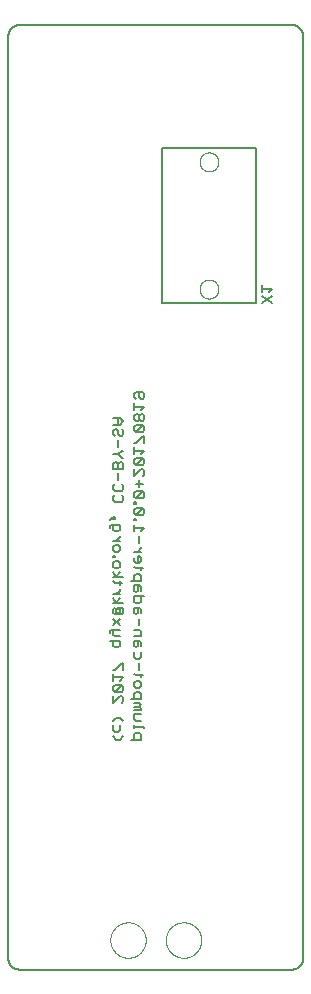
<source format=gbo>
G75*
%MOIN*%
%OFA0B0*%
%FSLAX25Y25*%
%IPPOS*%
%LPD*%
%AMOC8*
5,1,8,0,0,1.08239X$1,22.5*
%
%ADD10C,0.00600*%
%ADD11C,0.00500*%
%ADD12C,0.00000*%
%ADD13C,0.00787*%
D10*
X0041080Y0086446D02*
X0039946Y0087580D01*
X0040513Y0088901D02*
X0039946Y0089468D01*
X0039946Y0091170D01*
X0039946Y0092584D02*
X0041080Y0093719D01*
X0042214Y0093719D01*
X0043349Y0092584D01*
X0042214Y0091170D02*
X0042214Y0089468D01*
X0041647Y0088901D01*
X0040513Y0088901D01*
X0041080Y0086446D02*
X0042214Y0086446D01*
X0043349Y0087580D01*
X0045898Y0086446D02*
X0049301Y0086446D01*
X0049301Y0088147D01*
X0048734Y0088714D01*
X0047599Y0088714D01*
X0047032Y0088147D01*
X0047032Y0086446D01*
X0047032Y0090129D02*
X0047032Y0091263D01*
X0047032Y0090696D02*
X0050435Y0090696D01*
X0050435Y0090129D01*
X0049301Y0092584D02*
X0047599Y0092584D01*
X0047032Y0093151D01*
X0047032Y0094853D01*
X0049301Y0094853D01*
X0049301Y0096267D02*
X0049301Y0096835D01*
X0048734Y0097402D01*
X0049301Y0097969D01*
X0048734Y0098536D01*
X0047032Y0098536D01*
X0047032Y0097402D02*
X0048734Y0097402D01*
X0049301Y0096267D02*
X0047032Y0096267D01*
X0047032Y0099951D02*
X0047032Y0101652D01*
X0047599Y0102219D01*
X0048734Y0102219D01*
X0049301Y0101652D01*
X0049301Y0099951D01*
X0045898Y0099951D01*
X0047599Y0103634D02*
X0047032Y0104201D01*
X0047032Y0105335D01*
X0047599Y0105902D01*
X0048734Y0105902D01*
X0049301Y0105335D01*
X0049301Y0104201D01*
X0048734Y0103634D01*
X0047599Y0103634D01*
X0049301Y0107317D02*
X0049301Y0108451D01*
X0049868Y0107884D02*
X0047599Y0107884D01*
X0047032Y0108451D01*
X0048734Y0109772D02*
X0048734Y0112041D01*
X0048734Y0113455D02*
X0047599Y0113455D01*
X0047032Y0114023D01*
X0047032Y0115724D01*
X0047599Y0117139D02*
X0047032Y0117706D01*
X0047032Y0119407D01*
X0048734Y0119407D01*
X0049301Y0118840D01*
X0049301Y0117706D01*
X0048167Y0117706D02*
X0048167Y0119407D01*
X0048167Y0117706D02*
X0047599Y0117139D01*
X0049301Y0115724D02*
X0049301Y0114023D01*
X0048734Y0113455D01*
X0049301Y0120822D02*
X0047032Y0120822D01*
X0047032Y0123090D02*
X0048734Y0123090D01*
X0049301Y0122523D01*
X0049301Y0120822D01*
X0048734Y0124505D02*
X0048734Y0126773D01*
X0047599Y0128188D02*
X0048167Y0128755D01*
X0048167Y0130457D01*
X0048734Y0130457D02*
X0047032Y0130457D01*
X0047032Y0128755D01*
X0047599Y0128188D01*
X0049301Y0128755D02*
X0049301Y0129889D01*
X0048734Y0130457D01*
X0048734Y0131871D02*
X0049301Y0132438D01*
X0049301Y0134140D01*
X0050435Y0134140D02*
X0047032Y0134140D01*
X0047032Y0132438D01*
X0047599Y0131871D01*
X0048734Y0131871D01*
X0047599Y0135554D02*
X0047032Y0136121D01*
X0047032Y0137823D01*
X0048734Y0137823D01*
X0049301Y0137256D01*
X0049301Y0136121D01*
X0048167Y0136121D02*
X0048167Y0137823D01*
X0048167Y0136121D02*
X0047599Y0135554D01*
X0047032Y0139237D02*
X0047032Y0140939D01*
X0047599Y0141506D01*
X0048734Y0141506D01*
X0049301Y0140939D01*
X0049301Y0139237D01*
X0045898Y0139237D01*
X0047599Y0143488D02*
X0047032Y0144055D01*
X0047599Y0143488D02*
X0049868Y0143488D01*
X0049301Y0142921D02*
X0049301Y0144055D01*
X0048734Y0145376D02*
X0047599Y0145376D01*
X0047032Y0145943D01*
X0047032Y0147077D01*
X0048167Y0147645D02*
X0048167Y0145376D01*
X0048734Y0145376D02*
X0049301Y0145943D01*
X0049301Y0147077D01*
X0048734Y0147645D01*
X0048167Y0147645D01*
X0048167Y0149059D02*
X0049301Y0150193D01*
X0049301Y0150761D01*
X0048734Y0152128D02*
X0048734Y0154397D01*
X0049301Y0155812D02*
X0050435Y0156946D01*
X0047032Y0156946D01*
X0047032Y0155812D02*
X0047032Y0158080D01*
X0047032Y0159495D02*
X0047032Y0160062D01*
X0047599Y0160062D01*
X0047599Y0159495D01*
X0047032Y0159495D01*
X0047599Y0161336D02*
X0047032Y0161903D01*
X0047032Y0163038D01*
X0047599Y0163605D01*
X0049868Y0163605D01*
X0047599Y0161336D01*
X0049868Y0161336D01*
X0050435Y0161903D01*
X0050435Y0163038D01*
X0049868Y0163605D01*
X0049868Y0166861D02*
X0050435Y0167428D01*
X0050435Y0168562D01*
X0049868Y0169130D01*
X0047599Y0166861D01*
X0047032Y0167428D01*
X0047032Y0168562D01*
X0047599Y0169130D01*
X0049868Y0169130D01*
X0048734Y0170544D02*
X0048734Y0172813D01*
X0049868Y0171678D02*
X0047599Y0171678D01*
X0047032Y0174227D02*
X0047032Y0176496D01*
X0047599Y0177910D02*
X0047032Y0178478D01*
X0047032Y0179612D01*
X0047599Y0180179D01*
X0049868Y0180179D01*
X0047599Y0177910D01*
X0049868Y0177910D01*
X0050435Y0178478D01*
X0050435Y0179612D01*
X0049868Y0180179D01*
X0049301Y0181594D02*
X0050435Y0182728D01*
X0047032Y0182728D01*
X0047032Y0181594D02*
X0047032Y0183862D01*
X0047032Y0185277D02*
X0047599Y0185277D01*
X0049868Y0187545D01*
X0050435Y0187545D01*
X0050435Y0185277D01*
X0049868Y0188960D02*
X0050435Y0189527D01*
X0050435Y0190661D01*
X0049868Y0191228D01*
X0047599Y0188960D01*
X0047032Y0189527D01*
X0047032Y0190661D01*
X0047599Y0191228D01*
X0049868Y0191228D01*
X0049868Y0192643D02*
X0049301Y0192643D01*
X0048734Y0193210D01*
X0048734Y0194344D01*
X0048167Y0194912D01*
X0047599Y0194912D01*
X0047032Y0194344D01*
X0047032Y0193210D01*
X0047599Y0192643D01*
X0048167Y0192643D01*
X0048734Y0193210D01*
X0048734Y0194344D02*
X0049301Y0194912D01*
X0049868Y0194912D01*
X0050435Y0194344D01*
X0050435Y0193210D01*
X0049868Y0192643D01*
X0049868Y0188960D02*
X0047599Y0188960D01*
X0047032Y0196326D02*
X0047032Y0198595D01*
X0047032Y0197460D02*
X0050435Y0197460D01*
X0049301Y0196326D01*
X0049301Y0200009D02*
X0048734Y0200576D01*
X0048734Y0202278D01*
X0049868Y0202278D02*
X0047599Y0202278D01*
X0047032Y0201711D01*
X0047032Y0200576D01*
X0047599Y0200009D01*
X0049301Y0200009D02*
X0049868Y0200009D01*
X0050435Y0200576D01*
X0050435Y0201711D01*
X0049868Y0202278D01*
X0042214Y0193684D02*
X0043349Y0192550D01*
X0042214Y0191415D01*
X0039946Y0191415D01*
X0040513Y0190001D02*
X0039946Y0189434D01*
X0039946Y0188299D01*
X0040513Y0187732D01*
X0041647Y0188299D02*
X0041647Y0189434D01*
X0041080Y0190001D01*
X0040513Y0190001D01*
X0041647Y0191415D02*
X0041647Y0193684D01*
X0042214Y0193684D02*
X0039946Y0193684D01*
X0041647Y0188299D02*
X0042214Y0187732D01*
X0042781Y0187732D01*
X0043349Y0188299D01*
X0043349Y0189434D01*
X0042781Y0190001D01*
X0041647Y0186318D02*
X0041647Y0184049D01*
X0042781Y0182634D02*
X0041647Y0181500D01*
X0039946Y0181500D01*
X0041647Y0181500D02*
X0042781Y0180366D01*
X0043349Y0180366D01*
X0042781Y0178951D02*
X0043349Y0178384D01*
X0043349Y0176683D01*
X0039946Y0176683D01*
X0039946Y0178384D01*
X0040513Y0178951D01*
X0041080Y0178951D01*
X0041647Y0178384D01*
X0041647Y0176683D01*
X0041647Y0175268D02*
X0041647Y0173000D01*
X0040513Y0171585D02*
X0039946Y0171018D01*
X0039946Y0169884D01*
X0040513Y0169316D01*
X0042781Y0169316D01*
X0043349Y0169884D01*
X0043349Y0171018D01*
X0042781Y0171585D01*
X0042781Y0167902D02*
X0043349Y0167335D01*
X0043349Y0166200D01*
X0042781Y0165633D01*
X0040513Y0165633D01*
X0039946Y0166200D01*
X0039946Y0167335D01*
X0040513Y0167902D01*
X0040513Y0160629D02*
X0040513Y0160062D01*
X0039946Y0160062D01*
X0039946Y0160629D01*
X0040513Y0160629D01*
X0039946Y0160629D02*
X0038811Y0159495D01*
X0039379Y0158080D02*
X0042214Y0158080D01*
X0042214Y0156379D01*
X0041647Y0155812D01*
X0040513Y0155812D01*
X0039946Y0156379D01*
X0039946Y0158080D01*
X0039379Y0158080D02*
X0038811Y0157513D01*
X0038811Y0156946D01*
X0039946Y0152742D02*
X0042214Y0152742D01*
X0041080Y0152742D02*
X0042214Y0153877D01*
X0042214Y0154444D01*
X0041647Y0151328D02*
X0042214Y0150761D01*
X0042214Y0149626D01*
X0041647Y0149059D01*
X0040513Y0149059D01*
X0039946Y0149626D01*
X0039946Y0150761D01*
X0040513Y0151328D01*
X0041647Y0151328D01*
X0040513Y0147785D02*
X0039946Y0147785D01*
X0039946Y0147218D01*
X0040513Y0147218D01*
X0040513Y0147785D01*
X0040513Y0145803D02*
X0041647Y0145803D01*
X0042214Y0145236D01*
X0042214Y0144102D01*
X0041647Y0143534D01*
X0040513Y0143534D01*
X0039946Y0144102D01*
X0039946Y0145236D01*
X0040513Y0145803D01*
X0039946Y0142167D02*
X0041080Y0140465D01*
X0042214Y0142167D01*
X0043349Y0140465D02*
X0039946Y0140465D01*
X0039946Y0139144D02*
X0040513Y0138577D01*
X0042781Y0138577D01*
X0042214Y0138010D02*
X0042214Y0139144D01*
X0042214Y0136642D02*
X0042214Y0136075D01*
X0041080Y0134940D01*
X0039946Y0134940D02*
X0042214Y0134940D01*
X0042214Y0133573D02*
X0041080Y0131871D01*
X0039946Y0133573D01*
X0039946Y0131871D02*
X0043349Y0131871D01*
X0042781Y0130457D02*
X0043349Y0129889D01*
X0043349Y0128755D01*
X0042781Y0128188D01*
X0040513Y0128188D01*
X0039946Y0128755D01*
X0039946Y0129889D01*
X0040513Y0130457D01*
X0041080Y0129889D02*
X0042214Y0129889D01*
X0042214Y0128755D01*
X0041080Y0128755D01*
X0041080Y0129889D01*
X0041647Y0130457D01*
X0042781Y0130457D01*
X0042214Y0126773D02*
X0039946Y0124505D01*
X0039946Y0123090D02*
X0039946Y0121389D01*
X0040513Y0120822D01*
X0042214Y0120822D01*
X0042214Y0119407D02*
X0042214Y0117706D01*
X0041647Y0117139D01*
X0040513Y0117139D01*
X0039946Y0117706D01*
X0039946Y0119407D01*
X0038811Y0119407D02*
X0042214Y0119407D01*
X0042214Y0123090D02*
X0039379Y0123090D01*
X0038811Y0122523D01*
X0038811Y0121956D01*
X0042214Y0124505D02*
X0039946Y0126773D01*
X0042781Y0112041D02*
X0040513Y0109772D01*
X0039946Y0109772D01*
X0039946Y0108358D02*
X0039946Y0106089D01*
X0039946Y0107223D02*
X0043349Y0107223D01*
X0042214Y0106089D01*
X0042781Y0104675D02*
X0040513Y0102406D01*
X0039946Y0102973D01*
X0039946Y0104107D01*
X0040513Y0104675D01*
X0042781Y0104675D01*
X0043349Y0104107D01*
X0043349Y0102973D01*
X0042781Y0102406D01*
X0040513Y0102406D01*
X0039946Y0100991D02*
X0039946Y0098723D01*
X0042214Y0100991D01*
X0042781Y0100991D01*
X0043349Y0100424D01*
X0043349Y0099290D01*
X0042781Y0098723D01*
X0043349Y0109772D02*
X0043349Y0112041D01*
X0042781Y0112041D01*
X0047032Y0149059D02*
X0049301Y0149059D01*
X0047599Y0165019D02*
X0047032Y0165019D01*
X0047032Y0165587D01*
X0047599Y0165587D01*
X0047599Y0165019D01*
X0047599Y0166861D02*
X0049868Y0166861D01*
X0049868Y0174227D02*
X0050435Y0174794D01*
X0050435Y0175929D01*
X0049868Y0176496D01*
X0049301Y0176496D01*
X0047032Y0174227D01*
X0043349Y0182634D02*
X0042781Y0182634D01*
X0042781Y0178951D02*
X0042214Y0178951D01*
X0041647Y0178384D01*
X0089670Y0231879D02*
X0093073Y0234147D01*
X0091939Y0235562D02*
X0093073Y0236696D01*
X0089670Y0236696D01*
X0089670Y0235562D02*
X0089670Y0237830D01*
X0089670Y0234147D02*
X0093073Y0231879D01*
D11*
X0005000Y0320791D02*
X0005000Y0013705D01*
X0005002Y0013581D01*
X0005008Y0013458D01*
X0005017Y0013334D01*
X0005031Y0013212D01*
X0005048Y0013089D01*
X0005070Y0012967D01*
X0005095Y0012846D01*
X0005124Y0012726D01*
X0005156Y0012607D01*
X0005193Y0012488D01*
X0005233Y0012371D01*
X0005276Y0012256D01*
X0005324Y0012141D01*
X0005375Y0012029D01*
X0005429Y0011918D01*
X0005487Y0011808D01*
X0005548Y0011701D01*
X0005613Y0011595D01*
X0005681Y0011492D01*
X0005752Y0011391D01*
X0005826Y0011292D01*
X0005903Y0011195D01*
X0005984Y0011101D01*
X0006067Y0011010D01*
X0006153Y0010921D01*
X0006242Y0010835D01*
X0006333Y0010752D01*
X0006427Y0010671D01*
X0006524Y0010594D01*
X0006623Y0010520D01*
X0006724Y0010449D01*
X0006827Y0010381D01*
X0006933Y0010316D01*
X0007040Y0010255D01*
X0007150Y0010197D01*
X0007261Y0010143D01*
X0007373Y0010092D01*
X0007488Y0010044D01*
X0007603Y0010001D01*
X0007720Y0009961D01*
X0007839Y0009924D01*
X0007958Y0009892D01*
X0008078Y0009863D01*
X0008199Y0009838D01*
X0008321Y0009816D01*
X0008444Y0009799D01*
X0008566Y0009785D01*
X0008690Y0009776D01*
X0008813Y0009770D01*
X0008937Y0009768D01*
X0099488Y0009768D01*
X0099612Y0009770D01*
X0099735Y0009776D01*
X0099859Y0009785D01*
X0099981Y0009799D01*
X0100104Y0009816D01*
X0100226Y0009838D01*
X0100347Y0009863D01*
X0100467Y0009892D01*
X0100586Y0009924D01*
X0100705Y0009961D01*
X0100822Y0010001D01*
X0100937Y0010044D01*
X0101052Y0010092D01*
X0101164Y0010143D01*
X0101275Y0010197D01*
X0101385Y0010255D01*
X0101492Y0010316D01*
X0101598Y0010381D01*
X0101701Y0010449D01*
X0101802Y0010520D01*
X0101901Y0010594D01*
X0101998Y0010671D01*
X0102092Y0010752D01*
X0102183Y0010835D01*
X0102272Y0010921D01*
X0102358Y0011010D01*
X0102441Y0011101D01*
X0102522Y0011195D01*
X0102599Y0011292D01*
X0102673Y0011391D01*
X0102744Y0011492D01*
X0102812Y0011595D01*
X0102877Y0011701D01*
X0102938Y0011808D01*
X0102996Y0011918D01*
X0103050Y0012029D01*
X0103101Y0012141D01*
X0103149Y0012256D01*
X0103192Y0012371D01*
X0103232Y0012488D01*
X0103269Y0012607D01*
X0103301Y0012726D01*
X0103330Y0012846D01*
X0103355Y0012967D01*
X0103377Y0013089D01*
X0103394Y0013212D01*
X0103408Y0013334D01*
X0103417Y0013458D01*
X0103423Y0013581D01*
X0103425Y0013705D01*
X0103425Y0320791D01*
X0103423Y0320915D01*
X0103417Y0321038D01*
X0103408Y0321162D01*
X0103394Y0321284D01*
X0103377Y0321407D01*
X0103355Y0321529D01*
X0103330Y0321650D01*
X0103301Y0321770D01*
X0103269Y0321889D01*
X0103232Y0322008D01*
X0103192Y0322125D01*
X0103149Y0322240D01*
X0103101Y0322355D01*
X0103050Y0322467D01*
X0102996Y0322578D01*
X0102938Y0322688D01*
X0102877Y0322795D01*
X0102812Y0322901D01*
X0102744Y0323004D01*
X0102673Y0323105D01*
X0102599Y0323204D01*
X0102522Y0323301D01*
X0102441Y0323395D01*
X0102358Y0323486D01*
X0102272Y0323575D01*
X0102183Y0323661D01*
X0102092Y0323744D01*
X0101998Y0323825D01*
X0101901Y0323902D01*
X0101802Y0323976D01*
X0101701Y0324047D01*
X0101598Y0324115D01*
X0101492Y0324180D01*
X0101385Y0324241D01*
X0101275Y0324299D01*
X0101164Y0324353D01*
X0101052Y0324404D01*
X0100937Y0324452D01*
X0100822Y0324495D01*
X0100705Y0324535D01*
X0100586Y0324572D01*
X0100467Y0324604D01*
X0100347Y0324633D01*
X0100226Y0324658D01*
X0100104Y0324680D01*
X0099981Y0324697D01*
X0099859Y0324711D01*
X0099735Y0324720D01*
X0099612Y0324726D01*
X0099488Y0324728D01*
X0008937Y0324728D01*
X0008813Y0324726D01*
X0008690Y0324720D01*
X0008566Y0324711D01*
X0008444Y0324697D01*
X0008321Y0324680D01*
X0008199Y0324658D01*
X0008078Y0324633D01*
X0007958Y0324604D01*
X0007839Y0324572D01*
X0007720Y0324535D01*
X0007603Y0324495D01*
X0007488Y0324452D01*
X0007373Y0324404D01*
X0007261Y0324353D01*
X0007150Y0324299D01*
X0007040Y0324241D01*
X0006933Y0324180D01*
X0006827Y0324115D01*
X0006724Y0324047D01*
X0006623Y0323976D01*
X0006524Y0323902D01*
X0006427Y0323825D01*
X0006333Y0323744D01*
X0006242Y0323661D01*
X0006153Y0323575D01*
X0006067Y0323486D01*
X0005984Y0323395D01*
X0005903Y0323301D01*
X0005826Y0323204D01*
X0005752Y0323105D01*
X0005681Y0323004D01*
X0005613Y0322901D01*
X0005548Y0322795D01*
X0005487Y0322688D01*
X0005429Y0322578D01*
X0005375Y0322467D01*
X0005324Y0322355D01*
X0005276Y0322240D01*
X0005233Y0322125D01*
X0005193Y0322008D01*
X0005156Y0321889D01*
X0005124Y0321770D01*
X0005095Y0321650D01*
X0005070Y0321529D01*
X0005048Y0321407D01*
X0005031Y0321284D01*
X0005017Y0321162D01*
X0005008Y0321038D01*
X0005002Y0320915D01*
X0005000Y0320791D01*
D12*
X0068779Y0279000D02*
X0068781Y0279112D01*
X0068787Y0279223D01*
X0068797Y0279335D01*
X0068811Y0279446D01*
X0068828Y0279556D01*
X0068850Y0279666D01*
X0068876Y0279775D01*
X0068905Y0279883D01*
X0068938Y0279989D01*
X0068975Y0280095D01*
X0069016Y0280199D01*
X0069061Y0280302D01*
X0069109Y0280403D01*
X0069160Y0280502D01*
X0069215Y0280599D01*
X0069274Y0280694D01*
X0069335Y0280788D01*
X0069400Y0280879D01*
X0069469Y0280967D01*
X0069540Y0281053D01*
X0069614Y0281137D01*
X0069692Y0281217D01*
X0069772Y0281295D01*
X0069855Y0281371D01*
X0069940Y0281443D01*
X0070028Y0281512D01*
X0070118Y0281578D01*
X0070211Y0281640D01*
X0070306Y0281700D01*
X0070403Y0281756D01*
X0070501Y0281808D01*
X0070602Y0281857D01*
X0070704Y0281902D01*
X0070808Y0281944D01*
X0070913Y0281982D01*
X0071020Y0282016D01*
X0071127Y0282046D01*
X0071236Y0282073D01*
X0071345Y0282095D01*
X0071456Y0282114D01*
X0071566Y0282129D01*
X0071678Y0282140D01*
X0071789Y0282147D01*
X0071901Y0282150D01*
X0072013Y0282149D01*
X0072125Y0282144D01*
X0072236Y0282135D01*
X0072347Y0282122D01*
X0072458Y0282105D01*
X0072568Y0282085D01*
X0072677Y0282060D01*
X0072785Y0282032D01*
X0072892Y0281999D01*
X0072998Y0281963D01*
X0073102Y0281923D01*
X0073205Y0281880D01*
X0073307Y0281833D01*
X0073406Y0281782D01*
X0073504Y0281728D01*
X0073600Y0281670D01*
X0073694Y0281609D01*
X0073785Y0281545D01*
X0073874Y0281478D01*
X0073961Y0281407D01*
X0074045Y0281333D01*
X0074127Y0281257D01*
X0074205Y0281177D01*
X0074281Y0281095D01*
X0074354Y0281010D01*
X0074424Y0280923D01*
X0074490Y0280833D01*
X0074554Y0280741D01*
X0074614Y0280647D01*
X0074671Y0280551D01*
X0074724Y0280452D01*
X0074774Y0280352D01*
X0074820Y0280251D01*
X0074863Y0280147D01*
X0074902Y0280042D01*
X0074937Y0279936D01*
X0074968Y0279829D01*
X0074996Y0279720D01*
X0075019Y0279611D01*
X0075039Y0279501D01*
X0075055Y0279390D01*
X0075067Y0279279D01*
X0075075Y0279168D01*
X0075079Y0279056D01*
X0075079Y0278944D01*
X0075075Y0278832D01*
X0075067Y0278721D01*
X0075055Y0278610D01*
X0075039Y0278499D01*
X0075019Y0278389D01*
X0074996Y0278280D01*
X0074968Y0278171D01*
X0074937Y0278064D01*
X0074902Y0277958D01*
X0074863Y0277853D01*
X0074820Y0277749D01*
X0074774Y0277648D01*
X0074724Y0277548D01*
X0074671Y0277449D01*
X0074614Y0277353D01*
X0074554Y0277259D01*
X0074490Y0277167D01*
X0074424Y0277077D01*
X0074354Y0276990D01*
X0074281Y0276905D01*
X0074205Y0276823D01*
X0074127Y0276743D01*
X0074045Y0276667D01*
X0073961Y0276593D01*
X0073874Y0276522D01*
X0073785Y0276455D01*
X0073694Y0276391D01*
X0073600Y0276330D01*
X0073504Y0276272D01*
X0073406Y0276218D01*
X0073307Y0276167D01*
X0073205Y0276120D01*
X0073102Y0276077D01*
X0072998Y0276037D01*
X0072892Y0276001D01*
X0072785Y0275968D01*
X0072677Y0275940D01*
X0072568Y0275915D01*
X0072458Y0275895D01*
X0072347Y0275878D01*
X0072236Y0275865D01*
X0072125Y0275856D01*
X0072013Y0275851D01*
X0071901Y0275850D01*
X0071789Y0275853D01*
X0071678Y0275860D01*
X0071566Y0275871D01*
X0071456Y0275886D01*
X0071345Y0275905D01*
X0071236Y0275927D01*
X0071127Y0275954D01*
X0071020Y0275984D01*
X0070913Y0276018D01*
X0070808Y0276056D01*
X0070704Y0276098D01*
X0070602Y0276143D01*
X0070501Y0276192D01*
X0070403Y0276244D01*
X0070306Y0276300D01*
X0070211Y0276360D01*
X0070118Y0276422D01*
X0070028Y0276488D01*
X0069940Y0276557D01*
X0069855Y0276629D01*
X0069772Y0276705D01*
X0069692Y0276783D01*
X0069614Y0276863D01*
X0069540Y0276947D01*
X0069469Y0277033D01*
X0069400Y0277121D01*
X0069335Y0277212D01*
X0069274Y0277306D01*
X0069215Y0277401D01*
X0069160Y0277498D01*
X0069109Y0277597D01*
X0069061Y0277698D01*
X0069016Y0277801D01*
X0068975Y0277905D01*
X0068938Y0278011D01*
X0068905Y0278117D01*
X0068876Y0278225D01*
X0068850Y0278334D01*
X0068828Y0278444D01*
X0068811Y0278554D01*
X0068797Y0278665D01*
X0068787Y0278777D01*
X0068781Y0278888D01*
X0068779Y0279000D01*
X0068781Y0279112D01*
X0068787Y0279223D01*
X0068797Y0279335D01*
X0068811Y0279446D01*
X0068828Y0279556D01*
X0068850Y0279666D01*
X0068876Y0279775D01*
X0068905Y0279883D01*
X0068938Y0279989D01*
X0068975Y0280095D01*
X0069016Y0280199D01*
X0069061Y0280302D01*
X0069109Y0280403D01*
X0069160Y0280502D01*
X0069215Y0280599D01*
X0069274Y0280694D01*
X0069335Y0280788D01*
X0069400Y0280879D01*
X0069469Y0280967D01*
X0069540Y0281053D01*
X0069614Y0281137D01*
X0069692Y0281217D01*
X0069772Y0281295D01*
X0069855Y0281371D01*
X0069940Y0281443D01*
X0070028Y0281512D01*
X0070118Y0281578D01*
X0070211Y0281640D01*
X0070306Y0281700D01*
X0070403Y0281756D01*
X0070501Y0281808D01*
X0070602Y0281857D01*
X0070704Y0281902D01*
X0070808Y0281944D01*
X0070913Y0281982D01*
X0071020Y0282016D01*
X0071127Y0282046D01*
X0071236Y0282073D01*
X0071345Y0282095D01*
X0071456Y0282114D01*
X0071566Y0282129D01*
X0071678Y0282140D01*
X0071789Y0282147D01*
X0071901Y0282150D01*
X0072013Y0282149D01*
X0072125Y0282144D01*
X0072236Y0282135D01*
X0072347Y0282122D01*
X0072458Y0282105D01*
X0072568Y0282085D01*
X0072677Y0282060D01*
X0072785Y0282032D01*
X0072892Y0281999D01*
X0072998Y0281963D01*
X0073102Y0281923D01*
X0073205Y0281880D01*
X0073307Y0281833D01*
X0073406Y0281782D01*
X0073504Y0281728D01*
X0073600Y0281670D01*
X0073694Y0281609D01*
X0073785Y0281545D01*
X0073874Y0281478D01*
X0073961Y0281407D01*
X0074045Y0281333D01*
X0074127Y0281257D01*
X0074205Y0281177D01*
X0074281Y0281095D01*
X0074354Y0281010D01*
X0074424Y0280923D01*
X0074490Y0280833D01*
X0074554Y0280741D01*
X0074614Y0280647D01*
X0074671Y0280551D01*
X0074724Y0280452D01*
X0074774Y0280352D01*
X0074820Y0280251D01*
X0074863Y0280147D01*
X0074902Y0280042D01*
X0074937Y0279936D01*
X0074968Y0279829D01*
X0074996Y0279720D01*
X0075019Y0279611D01*
X0075039Y0279501D01*
X0075055Y0279390D01*
X0075067Y0279279D01*
X0075075Y0279168D01*
X0075079Y0279056D01*
X0075079Y0278944D01*
X0075075Y0278832D01*
X0075067Y0278721D01*
X0075055Y0278610D01*
X0075039Y0278499D01*
X0075019Y0278389D01*
X0074996Y0278280D01*
X0074968Y0278171D01*
X0074937Y0278064D01*
X0074902Y0277958D01*
X0074863Y0277853D01*
X0074820Y0277749D01*
X0074774Y0277648D01*
X0074724Y0277548D01*
X0074671Y0277449D01*
X0074614Y0277353D01*
X0074554Y0277259D01*
X0074490Y0277167D01*
X0074424Y0277077D01*
X0074354Y0276990D01*
X0074281Y0276905D01*
X0074205Y0276823D01*
X0074127Y0276743D01*
X0074045Y0276667D01*
X0073961Y0276593D01*
X0073874Y0276522D01*
X0073785Y0276455D01*
X0073694Y0276391D01*
X0073600Y0276330D01*
X0073504Y0276272D01*
X0073406Y0276218D01*
X0073307Y0276167D01*
X0073205Y0276120D01*
X0073102Y0276077D01*
X0072998Y0276037D01*
X0072892Y0276001D01*
X0072785Y0275968D01*
X0072677Y0275940D01*
X0072568Y0275915D01*
X0072458Y0275895D01*
X0072347Y0275878D01*
X0072236Y0275865D01*
X0072125Y0275856D01*
X0072013Y0275851D01*
X0071901Y0275850D01*
X0071789Y0275853D01*
X0071678Y0275860D01*
X0071566Y0275871D01*
X0071456Y0275886D01*
X0071345Y0275905D01*
X0071236Y0275927D01*
X0071127Y0275954D01*
X0071020Y0275984D01*
X0070913Y0276018D01*
X0070808Y0276056D01*
X0070704Y0276098D01*
X0070602Y0276143D01*
X0070501Y0276192D01*
X0070403Y0276244D01*
X0070306Y0276300D01*
X0070211Y0276360D01*
X0070118Y0276422D01*
X0070028Y0276488D01*
X0069940Y0276557D01*
X0069855Y0276629D01*
X0069772Y0276705D01*
X0069692Y0276783D01*
X0069614Y0276863D01*
X0069540Y0276947D01*
X0069469Y0277033D01*
X0069400Y0277121D01*
X0069335Y0277212D01*
X0069274Y0277306D01*
X0069215Y0277401D01*
X0069160Y0277498D01*
X0069109Y0277597D01*
X0069061Y0277698D01*
X0069016Y0277801D01*
X0068975Y0277905D01*
X0068938Y0278011D01*
X0068905Y0278117D01*
X0068876Y0278225D01*
X0068850Y0278334D01*
X0068828Y0278444D01*
X0068811Y0278554D01*
X0068797Y0278665D01*
X0068787Y0278777D01*
X0068781Y0278888D01*
X0068779Y0279000D01*
X0068779Y0236598D02*
X0068781Y0236710D01*
X0068787Y0236821D01*
X0068797Y0236933D01*
X0068811Y0237044D01*
X0068828Y0237154D01*
X0068850Y0237264D01*
X0068876Y0237373D01*
X0068905Y0237481D01*
X0068938Y0237587D01*
X0068975Y0237693D01*
X0069016Y0237797D01*
X0069061Y0237900D01*
X0069109Y0238001D01*
X0069160Y0238100D01*
X0069215Y0238197D01*
X0069274Y0238292D01*
X0069335Y0238386D01*
X0069400Y0238477D01*
X0069469Y0238565D01*
X0069540Y0238651D01*
X0069614Y0238735D01*
X0069692Y0238815D01*
X0069772Y0238893D01*
X0069855Y0238969D01*
X0069940Y0239041D01*
X0070028Y0239110D01*
X0070118Y0239176D01*
X0070211Y0239238D01*
X0070306Y0239298D01*
X0070403Y0239354D01*
X0070501Y0239406D01*
X0070602Y0239455D01*
X0070704Y0239500D01*
X0070808Y0239542D01*
X0070913Y0239580D01*
X0071020Y0239614D01*
X0071127Y0239644D01*
X0071236Y0239671D01*
X0071345Y0239693D01*
X0071456Y0239712D01*
X0071566Y0239727D01*
X0071678Y0239738D01*
X0071789Y0239745D01*
X0071901Y0239748D01*
X0072013Y0239747D01*
X0072125Y0239742D01*
X0072236Y0239733D01*
X0072347Y0239720D01*
X0072458Y0239703D01*
X0072568Y0239683D01*
X0072677Y0239658D01*
X0072785Y0239630D01*
X0072892Y0239597D01*
X0072998Y0239561D01*
X0073102Y0239521D01*
X0073205Y0239478D01*
X0073307Y0239431D01*
X0073406Y0239380D01*
X0073504Y0239326D01*
X0073600Y0239268D01*
X0073694Y0239207D01*
X0073785Y0239143D01*
X0073874Y0239076D01*
X0073961Y0239005D01*
X0074045Y0238931D01*
X0074127Y0238855D01*
X0074205Y0238775D01*
X0074281Y0238693D01*
X0074354Y0238608D01*
X0074424Y0238521D01*
X0074490Y0238431D01*
X0074554Y0238339D01*
X0074614Y0238245D01*
X0074671Y0238149D01*
X0074724Y0238050D01*
X0074774Y0237950D01*
X0074820Y0237849D01*
X0074863Y0237745D01*
X0074902Y0237640D01*
X0074937Y0237534D01*
X0074968Y0237427D01*
X0074996Y0237318D01*
X0075019Y0237209D01*
X0075039Y0237099D01*
X0075055Y0236988D01*
X0075067Y0236877D01*
X0075075Y0236766D01*
X0075079Y0236654D01*
X0075079Y0236542D01*
X0075075Y0236430D01*
X0075067Y0236319D01*
X0075055Y0236208D01*
X0075039Y0236097D01*
X0075019Y0235987D01*
X0074996Y0235878D01*
X0074968Y0235769D01*
X0074937Y0235662D01*
X0074902Y0235556D01*
X0074863Y0235451D01*
X0074820Y0235347D01*
X0074774Y0235246D01*
X0074724Y0235146D01*
X0074671Y0235047D01*
X0074614Y0234951D01*
X0074554Y0234857D01*
X0074490Y0234765D01*
X0074424Y0234675D01*
X0074354Y0234588D01*
X0074281Y0234503D01*
X0074205Y0234421D01*
X0074127Y0234341D01*
X0074045Y0234265D01*
X0073961Y0234191D01*
X0073874Y0234120D01*
X0073785Y0234053D01*
X0073694Y0233989D01*
X0073600Y0233928D01*
X0073504Y0233870D01*
X0073406Y0233816D01*
X0073307Y0233765D01*
X0073205Y0233718D01*
X0073102Y0233675D01*
X0072998Y0233635D01*
X0072892Y0233599D01*
X0072785Y0233566D01*
X0072677Y0233538D01*
X0072568Y0233513D01*
X0072458Y0233493D01*
X0072347Y0233476D01*
X0072236Y0233463D01*
X0072125Y0233454D01*
X0072013Y0233449D01*
X0071901Y0233448D01*
X0071789Y0233451D01*
X0071678Y0233458D01*
X0071566Y0233469D01*
X0071456Y0233484D01*
X0071345Y0233503D01*
X0071236Y0233525D01*
X0071127Y0233552D01*
X0071020Y0233582D01*
X0070913Y0233616D01*
X0070808Y0233654D01*
X0070704Y0233696D01*
X0070602Y0233741D01*
X0070501Y0233790D01*
X0070403Y0233842D01*
X0070306Y0233898D01*
X0070211Y0233958D01*
X0070118Y0234020D01*
X0070028Y0234086D01*
X0069940Y0234155D01*
X0069855Y0234227D01*
X0069772Y0234303D01*
X0069692Y0234381D01*
X0069614Y0234461D01*
X0069540Y0234545D01*
X0069469Y0234631D01*
X0069400Y0234719D01*
X0069335Y0234810D01*
X0069274Y0234904D01*
X0069215Y0234999D01*
X0069160Y0235096D01*
X0069109Y0235195D01*
X0069061Y0235296D01*
X0069016Y0235399D01*
X0068975Y0235503D01*
X0068938Y0235609D01*
X0068905Y0235715D01*
X0068876Y0235823D01*
X0068850Y0235932D01*
X0068828Y0236042D01*
X0068811Y0236152D01*
X0068797Y0236263D01*
X0068787Y0236375D01*
X0068781Y0236486D01*
X0068779Y0236598D01*
X0068781Y0236710D01*
X0068787Y0236821D01*
X0068797Y0236933D01*
X0068811Y0237044D01*
X0068828Y0237154D01*
X0068850Y0237264D01*
X0068876Y0237373D01*
X0068905Y0237481D01*
X0068938Y0237587D01*
X0068975Y0237693D01*
X0069016Y0237797D01*
X0069061Y0237900D01*
X0069109Y0238001D01*
X0069160Y0238100D01*
X0069215Y0238197D01*
X0069274Y0238292D01*
X0069335Y0238386D01*
X0069400Y0238477D01*
X0069469Y0238565D01*
X0069540Y0238651D01*
X0069614Y0238735D01*
X0069692Y0238815D01*
X0069772Y0238893D01*
X0069855Y0238969D01*
X0069940Y0239041D01*
X0070028Y0239110D01*
X0070118Y0239176D01*
X0070211Y0239238D01*
X0070306Y0239298D01*
X0070403Y0239354D01*
X0070501Y0239406D01*
X0070602Y0239455D01*
X0070704Y0239500D01*
X0070808Y0239542D01*
X0070913Y0239580D01*
X0071020Y0239614D01*
X0071127Y0239644D01*
X0071236Y0239671D01*
X0071345Y0239693D01*
X0071456Y0239712D01*
X0071566Y0239727D01*
X0071678Y0239738D01*
X0071789Y0239745D01*
X0071901Y0239748D01*
X0072013Y0239747D01*
X0072125Y0239742D01*
X0072236Y0239733D01*
X0072347Y0239720D01*
X0072458Y0239703D01*
X0072568Y0239683D01*
X0072677Y0239658D01*
X0072785Y0239630D01*
X0072892Y0239597D01*
X0072998Y0239561D01*
X0073102Y0239521D01*
X0073205Y0239478D01*
X0073307Y0239431D01*
X0073406Y0239380D01*
X0073504Y0239326D01*
X0073600Y0239268D01*
X0073694Y0239207D01*
X0073785Y0239143D01*
X0073874Y0239076D01*
X0073961Y0239005D01*
X0074045Y0238931D01*
X0074127Y0238855D01*
X0074205Y0238775D01*
X0074281Y0238693D01*
X0074354Y0238608D01*
X0074424Y0238521D01*
X0074490Y0238431D01*
X0074554Y0238339D01*
X0074614Y0238245D01*
X0074671Y0238149D01*
X0074724Y0238050D01*
X0074774Y0237950D01*
X0074820Y0237849D01*
X0074863Y0237745D01*
X0074902Y0237640D01*
X0074937Y0237534D01*
X0074968Y0237427D01*
X0074996Y0237318D01*
X0075019Y0237209D01*
X0075039Y0237099D01*
X0075055Y0236988D01*
X0075067Y0236877D01*
X0075075Y0236766D01*
X0075079Y0236654D01*
X0075079Y0236542D01*
X0075075Y0236430D01*
X0075067Y0236319D01*
X0075055Y0236208D01*
X0075039Y0236097D01*
X0075019Y0235987D01*
X0074996Y0235878D01*
X0074968Y0235769D01*
X0074937Y0235662D01*
X0074902Y0235556D01*
X0074863Y0235451D01*
X0074820Y0235347D01*
X0074774Y0235246D01*
X0074724Y0235146D01*
X0074671Y0235047D01*
X0074614Y0234951D01*
X0074554Y0234857D01*
X0074490Y0234765D01*
X0074424Y0234675D01*
X0074354Y0234588D01*
X0074281Y0234503D01*
X0074205Y0234421D01*
X0074127Y0234341D01*
X0074045Y0234265D01*
X0073961Y0234191D01*
X0073874Y0234120D01*
X0073785Y0234053D01*
X0073694Y0233989D01*
X0073600Y0233928D01*
X0073504Y0233870D01*
X0073406Y0233816D01*
X0073307Y0233765D01*
X0073205Y0233718D01*
X0073102Y0233675D01*
X0072998Y0233635D01*
X0072892Y0233599D01*
X0072785Y0233566D01*
X0072677Y0233538D01*
X0072568Y0233513D01*
X0072458Y0233493D01*
X0072347Y0233476D01*
X0072236Y0233463D01*
X0072125Y0233454D01*
X0072013Y0233449D01*
X0071901Y0233448D01*
X0071789Y0233451D01*
X0071678Y0233458D01*
X0071566Y0233469D01*
X0071456Y0233484D01*
X0071345Y0233503D01*
X0071236Y0233525D01*
X0071127Y0233552D01*
X0071020Y0233582D01*
X0070913Y0233616D01*
X0070808Y0233654D01*
X0070704Y0233696D01*
X0070602Y0233741D01*
X0070501Y0233790D01*
X0070403Y0233842D01*
X0070306Y0233898D01*
X0070211Y0233958D01*
X0070118Y0234020D01*
X0070028Y0234086D01*
X0069940Y0234155D01*
X0069855Y0234227D01*
X0069772Y0234303D01*
X0069692Y0234381D01*
X0069614Y0234461D01*
X0069540Y0234545D01*
X0069469Y0234631D01*
X0069400Y0234719D01*
X0069335Y0234810D01*
X0069274Y0234904D01*
X0069215Y0234999D01*
X0069160Y0235096D01*
X0069109Y0235195D01*
X0069061Y0235296D01*
X0069016Y0235399D01*
X0068975Y0235503D01*
X0068938Y0235609D01*
X0068905Y0235715D01*
X0068876Y0235823D01*
X0068850Y0235932D01*
X0068828Y0236042D01*
X0068811Y0236152D01*
X0068797Y0236263D01*
X0068787Y0236375D01*
X0068781Y0236486D01*
X0068779Y0236598D01*
X0057559Y0019610D02*
X0057561Y0019763D01*
X0057567Y0019917D01*
X0057577Y0020070D01*
X0057591Y0020222D01*
X0057609Y0020375D01*
X0057631Y0020526D01*
X0057656Y0020677D01*
X0057686Y0020828D01*
X0057720Y0020978D01*
X0057757Y0021126D01*
X0057798Y0021274D01*
X0057843Y0021420D01*
X0057892Y0021566D01*
X0057945Y0021710D01*
X0058001Y0021852D01*
X0058061Y0021993D01*
X0058125Y0022133D01*
X0058192Y0022271D01*
X0058263Y0022407D01*
X0058338Y0022541D01*
X0058415Y0022673D01*
X0058497Y0022803D01*
X0058581Y0022931D01*
X0058669Y0023057D01*
X0058760Y0023180D01*
X0058854Y0023301D01*
X0058952Y0023419D01*
X0059052Y0023535D01*
X0059156Y0023648D01*
X0059262Y0023759D01*
X0059371Y0023867D01*
X0059483Y0023972D01*
X0059597Y0024073D01*
X0059715Y0024172D01*
X0059834Y0024268D01*
X0059956Y0024361D01*
X0060081Y0024450D01*
X0060208Y0024537D01*
X0060337Y0024619D01*
X0060468Y0024699D01*
X0060601Y0024775D01*
X0060736Y0024848D01*
X0060873Y0024917D01*
X0061012Y0024982D01*
X0061152Y0025044D01*
X0061294Y0025102D01*
X0061437Y0025157D01*
X0061582Y0025208D01*
X0061728Y0025255D01*
X0061875Y0025298D01*
X0062023Y0025337D01*
X0062172Y0025373D01*
X0062322Y0025404D01*
X0062473Y0025432D01*
X0062624Y0025456D01*
X0062777Y0025476D01*
X0062929Y0025492D01*
X0063082Y0025504D01*
X0063235Y0025512D01*
X0063388Y0025516D01*
X0063542Y0025516D01*
X0063695Y0025512D01*
X0063848Y0025504D01*
X0064001Y0025492D01*
X0064153Y0025476D01*
X0064306Y0025456D01*
X0064457Y0025432D01*
X0064608Y0025404D01*
X0064758Y0025373D01*
X0064907Y0025337D01*
X0065055Y0025298D01*
X0065202Y0025255D01*
X0065348Y0025208D01*
X0065493Y0025157D01*
X0065636Y0025102D01*
X0065778Y0025044D01*
X0065918Y0024982D01*
X0066057Y0024917D01*
X0066194Y0024848D01*
X0066329Y0024775D01*
X0066462Y0024699D01*
X0066593Y0024619D01*
X0066722Y0024537D01*
X0066849Y0024450D01*
X0066974Y0024361D01*
X0067096Y0024268D01*
X0067215Y0024172D01*
X0067333Y0024073D01*
X0067447Y0023972D01*
X0067559Y0023867D01*
X0067668Y0023759D01*
X0067774Y0023648D01*
X0067878Y0023535D01*
X0067978Y0023419D01*
X0068076Y0023301D01*
X0068170Y0023180D01*
X0068261Y0023057D01*
X0068349Y0022931D01*
X0068433Y0022803D01*
X0068515Y0022673D01*
X0068592Y0022541D01*
X0068667Y0022407D01*
X0068738Y0022271D01*
X0068805Y0022133D01*
X0068869Y0021993D01*
X0068929Y0021852D01*
X0068985Y0021710D01*
X0069038Y0021566D01*
X0069087Y0021420D01*
X0069132Y0021274D01*
X0069173Y0021126D01*
X0069210Y0020978D01*
X0069244Y0020828D01*
X0069274Y0020677D01*
X0069299Y0020526D01*
X0069321Y0020375D01*
X0069339Y0020222D01*
X0069353Y0020070D01*
X0069363Y0019917D01*
X0069369Y0019763D01*
X0069371Y0019610D01*
X0069369Y0019457D01*
X0069363Y0019303D01*
X0069353Y0019150D01*
X0069339Y0018998D01*
X0069321Y0018845D01*
X0069299Y0018694D01*
X0069274Y0018543D01*
X0069244Y0018392D01*
X0069210Y0018242D01*
X0069173Y0018094D01*
X0069132Y0017946D01*
X0069087Y0017800D01*
X0069038Y0017654D01*
X0068985Y0017510D01*
X0068929Y0017368D01*
X0068869Y0017227D01*
X0068805Y0017087D01*
X0068738Y0016949D01*
X0068667Y0016813D01*
X0068592Y0016679D01*
X0068515Y0016547D01*
X0068433Y0016417D01*
X0068349Y0016289D01*
X0068261Y0016163D01*
X0068170Y0016040D01*
X0068076Y0015919D01*
X0067978Y0015801D01*
X0067878Y0015685D01*
X0067774Y0015572D01*
X0067668Y0015461D01*
X0067559Y0015353D01*
X0067447Y0015248D01*
X0067333Y0015147D01*
X0067215Y0015048D01*
X0067096Y0014952D01*
X0066974Y0014859D01*
X0066849Y0014770D01*
X0066722Y0014683D01*
X0066593Y0014601D01*
X0066462Y0014521D01*
X0066329Y0014445D01*
X0066194Y0014372D01*
X0066057Y0014303D01*
X0065918Y0014238D01*
X0065778Y0014176D01*
X0065636Y0014118D01*
X0065493Y0014063D01*
X0065348Y0014012D01*
X0065202Y0013965D01*
X0065055Y0013922D01*
X0064907Y0013883D01*
X0064758Y0013847D01*
X0064608Y0013816D01*
X0064457Y0013788D01*
X0064306Y0013764D01*
X0064153Y0013744D01*
X0064001Y0013728D01*
X0063848Y0013716D01*
X0063695Y0013708D01*
X0063542Y0013704D01*
X0063388Y0013704D01*
X0063235Y0013708D01*
X0063082Y0013716D01*
X0062929Y0013728D01*
X0062777Y0013744D01*
X0062624Y0013764D01*
X0062473Y0013788D01*
X0062322Y0013816D01*
X0062172Y0013847D01*
X0062023Y0013883D01*
X0061875Y0013922D01*
X0061728Y0013965D01*
X0061582Y0014012D01*
X0061437Y0014063D01*
X0061294Y0014118D01*
X0061152Y0014176D01*
X0061012Y0014238D01*
X0060873Y0014303D01*
X0060736Y0014372D01*
X0060601Y0014445D01*
X0060468Y0014521D01*
X0060337Y0014601D01*
X0060208Y0014683D01*
X0060081Y0014770D01*
X0059956Y0014859D01*
X0059834Y0014952D01*
X0059715Y0015048D01*
X0059597Y0015147D01*
X0059483Y0015248D01*
X0059371Y0015353D01*
X0059262Y0015461D01*
X0059156Y0015572D01*
X0059052Y0015685D01*
X0058952Y0015801D01*
X0058854Y0015919D01*
X0058760Y0016040D01*
X0058669Y0016163D01*
X0058581Y0016289D01*
X0058497Y0016417D01*
X0058415Y0016547D01*
X0058338Y0016679D01*
X0058263Y0016813D01*
X0058192Y0016949D01*
X0058125Y0017087D01*
X0058061Y0017227D01*
X0058001Y0017368D01*
X0057945Y0017510D01*
X0057892Y0017654D01*
X0057843Y0017800D01*
X0057798Y0017946D01*
X0057757Y0018094D01*
X0057720Y0018242D01*
X0057686Y0018392D01*
X0057656Y0018543D01*
X0057631Y0018694D01*
X0057609Y0018845D01*
X0057591Y0018998D01*
X0057577Y0019150D01*
X0057567Y0019303D01*
X0057561Y0019457D01*
X0057559Y0019610D01*
X0039055Y0019610D02*
X0039057Y0019763D01*
X0039063Y0019917D01*
X0039073Y0020070D01*
X0039087Y0020222D01*
X0039105Y0020375D01*
X0039127Y0020526D01*
X0039152Y0020677D01*
X0039182Y0020828D01*
X0039216Y0020978D01*
X0039253Y0021126D01*
X0039294Y0021274D01*
X0039339Y0021420D01*
X0039388Y0021566D01*
X0039441Y0021710D01*
X0039497Y0021852D01*
X0039557Y0021993D01*
X0039621Y0022133D01*
X0039688Y0022271D01*
X0039759Y0022407D01*
X0039834Y0022541D01*
X0039911Y0022673D01*
X0039993Y0022803D01*
X0040077Y0022931D01*
X0040165Y0023057D01*
X0040256Y0023180D01*
X0040350Y0023301D01*
X0040448Y0023419D01*
X0040548Y0023535D01*
X0040652Y0023648D01*
X0040758Y0023759D01*
X0040867Y0023867D01*
X0040979Y0023972D01*
X0041093Y0024073D01*
X0041211Y0024172D01*
X0041330Y0024268D01*
X0041452Y0024361D01*
X0041577Y0024450D01*
X0041704Y0024537D01*
X0041833Y0024619D01*
X0041964Y0024699D01*
X0042097Y0024775D01*
X0042232Y0024848D01*
X0042369Y0024917D01*
X0042508Y0024982D01*
X0042648Y0025044D01*
X0042790Y0025102D01*
X0042933Y0025157D01*
X0043078Y0025208D01*
X0043224Y0025255D01*
X0043371Y0025298D01*
X0043519Y0025337D01*
X0043668Y0025373D01*
X0043818Y0025404D01*
X0043969Y0025432D01*
X0044120Y0025456D01*
X0044273Y0025476D01*
X0044425Y0025492D01*
X0044578Y0025504D01*
X0044731Y0025512D01*
X0044884Y0025516D01*
X0045038Y0025516D01*
X0045191Y0025512D01*
X0045344Y0025504D01*
X0045497Y0025492D01*
X0045649Y0025476D01*
X0045802Y0025456D01*
X0045953Y0025432D01*
X0046104Y0025404D01*
X0046254Y0025373D01*
X0046403Y0025337D01*
X0046551Y0025298D01*
X0046698Y0025255D01*
X0046844Y0025208D01*
X0046989Y0025157D01*
X0047132Y0025102D01*
X0047274Y0025044D01*
X0047414Y0024982D01*
X0047553Y0024917D01*
X0047690Y0024848D01*
X0047825Y0024775D01*
X0047958Y0024699D01*
X0048089Y0024619D01*
X0048218Y0024537D01*
X0048345Y0024450D01*
X0048470Y0024361D01*
X0048592Y0024268D01*
X0048711Y0024172D01*
X0048829Y0024073D01*
X0048943Y0023972D01*
X0049055Y0023867D01*
X0049164Y0023759D01*
X0049270Y0023648D01*
X0049374Y0023535D01*
X0049474Y0023419D01*
X0049572Y0023301D01*
X0049666Y0023180D01*
X0049757Y0023057D01*
X0049845Y0022931D01*
X0049929Y0022803D01*
X0050011Y0022673D01*
X0050088Y0022541D01*
X0050163Y0022407D01*
X0050234Y0022271D01*
X0050301Y0022133D01*
X0050365Y0021993D01*
X0050425Y0021852D01*
X0050481Y0021710D01*
X0050534Y0021566D01*
X0050583Y0021420D01*
X0050628Y0021274D01*
X0050669Y0021126D01*
X0050706Y0020978D01*
X0050740Y0020828D01*
X0050770Y0020677D01*
X0050795Y0020526D01*
X0050817Y0020375D01*
X0050835Y0020222D01*
X0050849Y0020070D01*
X0050859Y0019917D01*
X0050865Y0019763D01*
X0050867Y0019610D01*
X0050865Y0019457D01*
X0050859Y0019303D01*
X0050849Y0019150D01*
X0050835Y0018998D01*
X0050817Y0018845D01*
X0050795Y0018694D01*
X0050770Y0018543D01*
X0050740Y0018392D01*
X0050706Y0018242D01*
X0050669Y0018094D01*
X0050628Y0017946D01*
X0050583Y0017800D01*
X0050534Y0017654D01*
X0050481Y0017510D01*
X0050425Y0017368D01*
X0050365Y0017227D01*
X0050301Y0017087D01*
X0050234Y0016949D01*
X0050163Y0016813D01*
X0050088Y0016679D01*
X0050011Y0016547D01*
X0049929Y0016417D01*
X0049845Y0016289D01*
X0049757Y0016163D01*
X0049666Y0016040D01*
X0049572Y0015919D01*
X0049474Y0015801D01*
X0049374Y0015685D01*
X0049270Y0015572D01*
X0049164Y0015461D01*
X0049055Y0015353D01*
X0048943Y0015248D01*
X0048829Y0015147D01*
X0048711Y0015048D01*
X0048592Y0014952D01*
X0048470Y0014859D01*
X0048345Y0014770D01*
X0048218Y0014683D01*
X0048089Y0014601D01*
X0047958Y0014521D01*
X0047825Y0014445D01*
X0047690Y0014372D01*
X0047553Y0014303D01*
X0047414Y0014238D01*
X0047274Y0014176D01*
X0047132Y0014118D01*
X0046989Y0014063D01*
X0046844Y0014012D01*
X0046698Y0013965D01*
X0046551Y0013922D01*
X0046403Y0013883D01*
X0046254Y0013847D01*
X0046104Y0013816D01*
X0045953Y0013788D01*
X0045802Y0013764D01*
X0045649Y0013744D01*
X0045497Y0013728D01*
X0045344Y0013716D01*
X0045191Y0013708D01*
X0045038Y0013704D01*
X0044884Y0013704D01*
X0044731Y0013708D01*
X0044578Y0013716D01*
X0044425Y0013728D01*
X0044273Y0013744D01*
X0044120Y0013764D01*
X0043969Y0013788D01*
X0043818Y0013816D01*
X0043668Y0013847D01*
X0043519Y0013883D01*
X0043371Y0013922D01*
X0043224Y0013965D01*
X0043078Y0014012D01*
X0042933Y0014063D01*
X0042790Y0014118D01*
X0042648Y0014176D01*
X0042508Y0014238D01*
X0042369Y0014303D01*
X0042232Y0014372D01*
X0042097Y0014445D01*
X0041964Y0014521D01*
X0041833Y0014601D01*
X0041704Y0014683D01*
X0041577Y0014770D01*
X0041452Y0014859D01*
X0041330Y0014952D01*
X0041211Y0015048D01*
X0041093Y0015147D01*
X0040979Y0015248D01*
X0040867Y0015353D01*
X0040758Y0015461D01*
X0040652Y0015572D01*
X0040548Y0015685D01*
X0040448Y0015801D01*
X0040350Y0015919D01*
X0040256Y0016040D01*
X0040165Y0016163D01*
X0040077Y0016289D01*
X0039993Y0016417D01*
X0039911Y0016547D01*
X0039834Y0016679D01*
X0039759Y0016813D01*
X0039688Y0016949D01*
X0039621Y0017087D01*
X0039557Y0017227D01*
X0039497Y0017368D01*
X0039441Y0017510D01*
X0039388Y0017654D01*
X0039339Y0017800D01*
X0039294Y0017946D01*
X0039253Y0018094D01*
X0039216Y0018242D01*
X0039182Y0018392D01*
X0039152Y0018543D01*
X0039127Y0018694D01*
X0039105Y0018845D01*
X0039087Y0018998D01*
X0039073Y0019150D01*
X0039063Y0019303D01*
X0039057Y0019457D01*
X0039055Y0019610D01*
D13*
X0056181Y0231815D02*
X0056181Y0283783D01*
X0087677Y0283783D01*
X0087677Y0231815D01*
X0056181Y0231815D01*
M02*

</source>
